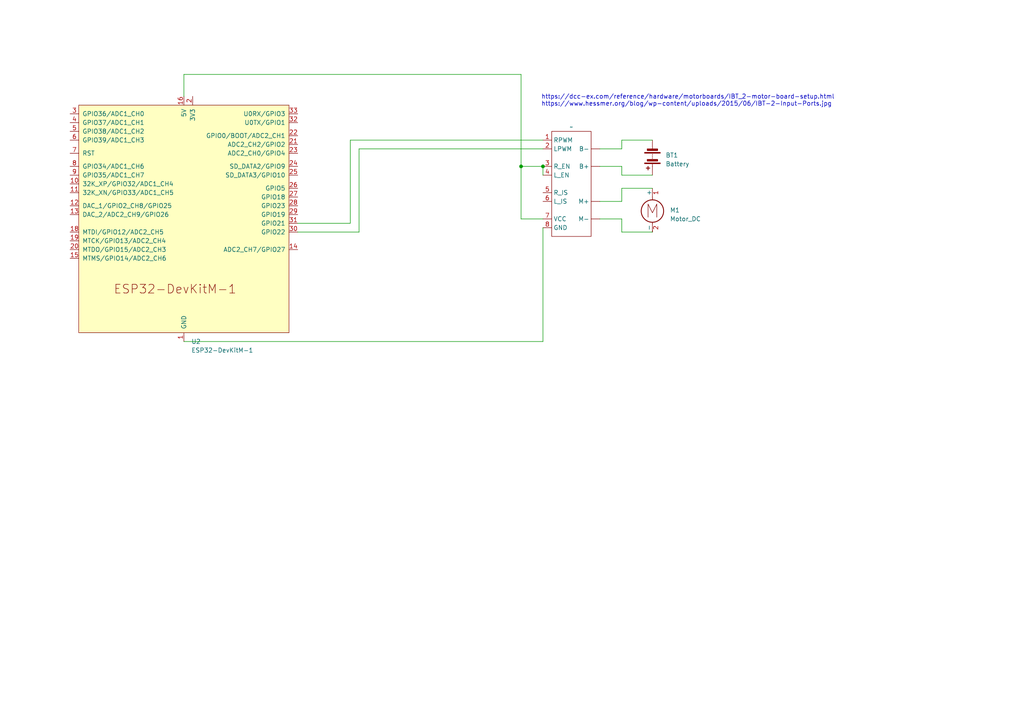
<source format=kicad_sch>
(kicad_sch (version 20250114) (generator "eeschema") (generator_version "9.0")
  (paper "A4")
  (title_block (title "ESP32 IBT_2 Controller") (date "2025-04-25") (rev "2.0.0") (company "Thai-Nichi Institute of Technology"))
  (lib_symbols
    (symbol "Device:Battery" (pin_numbers (hide yes)) (pin_names (offset 0) (hide yes))
      (property "Reference" "BT" (at 2.54 2.54 0))
      (property "Value" "Battery" (at 2.54 0 0))
      (symbol "Battery_0_1"
        (rectangle (start -2.286 1.778) (end 2.286 1.524) (fill (type outline)))
        (rectangle (start -2.286 -1.27) (end 2.286 -1.524) (fill (type outline)))
        (rectangle (start -1.524 1.016) (end 1.524 0.508) (fill (type outline)))
        (rectangle (start -1.524 -2.032) (end 1.524 -2.54) (fill (type outline)))
        (polyline (pts (xy 0 1.778) (xy 0 2.54)))
        (polyline (pts (xy 0 0) (xy 0 0.254)))
        (polyline (pts (xy 0 -0.508) (xy 0 -0.254)))
        (polyline (pts (xy 0 -1.016) (xy 0 -0.762)))
        (polyline (pts (xy 0.762 3.048) (xy 1.778 3.048)) (stroke (width 0.254)))
        (polyline (pts (xy 1.27 3.556) (xy 1.27 2.54)) (stroke (width 0.254)))
      )
      (symbol "Battery_1_1"
        (pin passive line (at 0 5.08 270) (length 2.54) (name "+") (number "1"))
        (pin passive line (at 0 -5.08 90) (length 2.54) (name "-") (number "2"))
      )
    )
    (symbol "Driver_Motor_Project:IBT_2"
      (symbol "IBT_2_0_1"
        (rectangle (start -6.35 15.24) (end 5.08 -15.24))
      )
      (symbol "IBT_2_1_1"
        (pin input line (at -8.89 12.7 0) (length 2.54) (name "RPWM") (number "1"))
        (pin input line (at -8.89 10.16 0) (length 2.54) (name "LPWM") (number "2"))
        (pin input line (at -8.89 5.08 0) (length 2.54) (name "R_EN") (number "3"))
        (pin input line (at -8.89 2.54 0) (length 2.54) (name "L_EN") (number "4"))
        (pin input line (at -8.89 -2.54 0) (length 2.54) (name "R_IS") (number "5"))
        (pin input line (at -8.89 -5.08 0) (length 2.54) (name "L_IS") (number "6"))
        (pin input line (at -8.89 -10.16 0) (length 2.54) (name "VCC") (number "7"))
        (pin input line (at -8.89 -12.7 0) (length 2.54) (name "GND") (number "8"))
        (pin input line (at 7.62 10.16 180) (length 2.54) (name "B-") (number ""))
        (pin input line (at 7.62 5.08 180) (length 2.54) (name "B+") (number ""))
        (pin output line (at 7.62 -5.08 180) (length 2.54) (name "M+") (number ""))
        (pin output line (at 7.62 -10.16 180) (length 2.54) (name "M-") (number ""))
      )
    )
    (symbol "Motor:Motor_DC" (pin_names (offset 0))
      (property "Reference" "M" (at 2.54 2.54 0))
      (property "Value" "Motor_DC" (at 2.54 -5.08 0))
      (symbol "Motor_DC_0_0"
        (polyline (pts (xy -1.27 -3.302) (xy -1.27 0.508) (xy 0 -2.032) (xy 1.27 0.508) (xy 1.27 -3.302)))
      )
      (symbol "Motor_DC_0_1"
        (polyline (pts (xy 0 2.032) (xy 0 2.54)))
        (polyline (pts (xy 0 1.7272) (xy 0 2.0828)))
        (circle (center 0 -1.524) (radius 3.2512) (stroke (width 0.254)))
        (polyline (pts (xy 0 -4.7752) (xy 0 -5.1816)))
        (polyline (pts (xy 0 -7.62) (xy 0 -7.112)))
      )
      (symbol "Motor_DC_1_1"
        (pin passive line (at 0 5.08 270) (length 2.54) (name "+") (number "1"))
        (pin passive line (at 0 -7.62 90) (length 2.54) (name "-") (number "2"))
      )
    )
    (symbol "PCM_Espressif:ESP32-DevKitM-1" (pin_names (offset 1.016))
      (property "Reference" "U" (at -30.48 38.1 0))
      (property "Value" "ESP32-DevKitM-1" (at -30.48 35.56 0))
      (symbol "ESP32-DevKitM-1_0_1"
        (rectangle (start -30.48 33.02) (end 30.48 -33.02) (fill (type background)))
      )
      (symbol "ESP32-DevKitM-1_1_0"
        (text "ESP32-DevKitM-1" (at -2.54 -20.32 0) (effects (font (size 2.54 2.54))))
        (pin input line (at -33.02 30.48 0) (length 2.54) (name "GPIO36/ADC1_CH0") (number "3"))
        (pin input line (at -33.02 27.94 0) (length 2.54) (name "GPIO37/ADC1_CH1") (number "4"))
        (pin input line (at -33.02 25.4 0) (length 2.54) (name "GPIO38/ADC1_CH2") (number "5"))
        (pin input line (at -33.02 22.86 0) (length 2.54) (name "GPIO39/ADC1_CH3") (number "6"))
        (pin input line (at -33.02 19.05 0) (length 2.54) (name "RST") (number "7"))
        (pin input line (at -33.02 15.24 0) (length 2.54) (name "GPIO34/ADC1_CH6") (number "8"))
        (pin input line (at -33.02 12.7 0) (length 2.54) (name "GPIO35/ADC1_CH7") (number "9"))
        (pin bidirectional line (at -33.02 10.16 0) (length 2.54) (name "32K_XP/GPIO32/ADC1_CH4") (number "10"))
        (pin bidirectional line (at -33.02 7.62 0) (length 2.54) (name "32K_XN/GPIO33/ADC1_CH5") (number "11"))
        (pin bidirectional line (at -33.02 3.81 0) (length 2.54) (name "DAC_1/GPIO2_CH8/GPIO25") (number "12"))
        (pin bidirectional line (at -33.02 1.27 0) (length 2.54) (name "DAC_2/ADC2_CH9/GPIO26") (number "13"))
        (pin power_in line (at 0 35.56 270) (length 2.54) (name "5V") (number "16"))
        (pin power_in line (at 0 -35.56 90) (length 2.54) (name "GND") (number "1"))
      )
      (symbol "ESP32-DevKitM-1_1_1"
        (pin bidirectional line (at -33.02 -3.81 0) (length 2.54) (name "MTDI/GPIO12/ADC2_CH5") (number "18"))
        (pin bidirectional line (at -33.02 -6.35 0) (length 2.54) (name "MTCK/GPIO13/ADC2_CH4") (number "19"))
        (pin bidirectional line (at -33.02 -8.89 0) (length 2.54) (name "MTDO/GPIO15/ADC2_CH3") (number "20"))
        (pin bidirectional line (at -33.02 -11.43 0) (length 2.54) (name "MTMS/GPIO14/ADC2_CH6") (number "15"))
        (pin passive line (at 0 -35.56 90) (length 2.54) (hide yes) (name "GND") (number "17"))
        (pin passive line (at 0 -35.56 90) (length 2.54) (hide yes) (name "GND") (number "34"))
        (pin power_in line (at 2.54 35.56 270) (length 2.54) (name "3V3") (number "2"))
        (pin bidirectional line (at 33.02 30.48 180) (length 2.54) (name "U0RX/GPIO3") (number "33"))
        (pin bidirectional line (at 33.02 27.94 180) (length 2.54) (name "U0TX/GPIO1") (number "32"))
        (pin bidirectional line (at 33.02 24.13 180) (length 2.54) (name "GPIO0/BOOT/ADC2_CH1") (number "22"))
        (pin bidirectional line (at 33.02 21.59 180) (length 2.54) (name "ADC2_CH2/GPIO2") (number "21"))
        (pin bidirectional line (at 33.02 19.05 180) (length 2.54) (name "ADC2_CH0/GPIO4") (number "23"))
        (pin bidirectional line (at 33.02 15.24 180) (length 2.54) (name "SD_DATA2/GPIO9") (number "24"))
        (pin bidirectional line (at 33.02 12.7 180) (length 2.54) (name "SD_DATA3/GPIO10") (number "25"))
        (pin bidirectional line (at 33.02 8.89 180) (length 2.54) (name "GPIO5") (number "26"))
        (pin bidirectional line (at 33.02 6.35 180) (length 2.54) (name "GPIO18") (number "27"))
        (pin bidirectional line (at 33.02 3.81 180) (length 2.54) (name "GPIO23") (number "28"))
        (pin bidirectional line (at 33.02 1.27 180) (length 2.54) (name "GPIO19") (number "29"))
        (pin bidirectional line (at 33.02 -1.27 180) (length 2.54) (name "GPIO21") (number "31"))
        (pin bidirectional line (at 33.02 -3.81 180) (length 2.54) (name "GPIO22") (number "30"))
        (pin bidirectional line (at 33.02 -8.89 180) (length 2.54) (name "ADC2_CH7/GPIO27") (number "14"))
      )
    )
  )
  (text "https://dcc-ex.com/reference/hardware/motorboards/IBT_2-motor-board-setup.html\nhttps://www.hessmer.org/blog/wp-content/uploads/2015/06/IBT-2-Input-Ports.jpg" (at 156.972 29.21 0) (effects (font (size 1.27 1.27)) (justify left)))
  (junction (at 157.48 48.26))
  (junction (at 151.13 48.26))
  (wire (pts (xy 151.13 21.59) (xy 151.13 48.26)))
  (wire (pts (xy 53.34 21.59) (xy 151.13 21.59)))
  (wire (pts (xy 180.34 48.26) (xy 180.34 50.8)))
  (wire (pts (xy 101.6 40.64) (xy 157.48 40.64)))
  (wire (pts (xy 180.34 58.42) (xy 180.34 54.61)))
  (wire (pts (xy 180.34 43.18) (xy 180.34 40.64)))
  (wire (pts (xy 157.48 63.5) (xy 151.13 63.5)))
  (wire (pts (xy 53.34 99.06) (xy 157.48 99.06)))
  (wire (pts (xy 173.99 48.26) (xy 180.34 48.26)))
  (wire (pts (xy 101.6 64.77) (xy 101.6 40.64)))
  (wire (pts (xy 104.14 43.18) (xy 157.48 43.18)))
  (wire (pts (xy 151.13 48.26) (xy 151.13 63.5)))
  (wire (pts (xy 180.34 63.5) (xy 180.34 67.31)))
  (wire (pts (xy 86.36 67.31) (xy 104.14 67.31)))
  (wire (pts (xy 104.14 43.18) (xy 104.14 67.31)))
  (wire (pts (xy 157.48 48.26) (xy 157.48 50.8)))
  (wire (pts (xy 180.34 40.64) (xy 189.23 40.64)))
  (wire (pts (xy 157.48 99.06) (xy 157.48 66.04)))
  (wire (pts (xy 157.48 48.26) (xy 151.13 48.26)))
  (wire (pts (xy 180.34 54.61) (xy 189.23 54.61)))
  (wire (pts (xy 53.34 27.94) (xy 53.34 21.59)))
  (wire (pts (xy 180.34 67.31) (xy 189.23 67.31)))
  (wire (pts (xy 180.34 50.8) (xy 189.23 50.8)))
  (wire (pts (xy 86.36 64.77) (xy 101.6 64.77)))
  (wire (pts (xy 173.99 63.5) (xy 180.34 63.5)))
  (wire (pts (xy 173.99 43.18) (xy 180.34 43.18)))
  (wire (pts (xy 173.99 58.42) (xy 180.34 58.42)))
  (symbol (lib_id "Device:Battery") (at 189.23 45.72 180) (unit 1)
    (property "Reference" "BT1" (at 193.04 45.0214 0) (effects (justify right)))
    (property "Value" "Battery" (at 193.04 47.5614 0) (effects (justify right)))
    (property "Description" "Multiple-cell battery" (effects (hide yes)))
  )
  (symbol (lib_id "Motor:Motor_DC") (at 189.23 59.69 0) (unit 1)
    (property "Reference" "M1" (at 194.31 60.9599 0) (effects (justify left)))
    (property "Value" "Motor_DC" (at 194.31 63.4999 0) (effects (justify left)))
    (property "Description" "DC Motor" (effects (hide yes)))
  )
  (symbol (lib_id "PCM_Espressif:ESP32-DevKitM-1") (at 53.34 63.5 0) (unit 1)
    (property "Reference" "U2" (at 55.4833 99.06 0) (effects (justify left)))
    (property "Value" "ESP32-DevKitM-1" (at 55.4833 101.6 0) (effects (justify left)))
    (property "Footprint" "PCM_Espressif:ESP32-DevKitM-1" (effects (hide yes)))
    (property "Datasheet" "https://docs.espressif.com/projects/esp-idf/zh_CN/latest/esp32/hw-reference/esp32/user-guide-devkitm-1.html" (effects (hide yes)))
    (property "Description" "Development Kit" (effects (hide yes)))
  )
  (symbol (lib_id "Driver_Motor_Project:IBT_2") (at 166.37 53.34 0) (unit 1)
    (property "Reference" "U1" (effects (hide yes)))
    (property "Value" "~" (at 165.735 36.83 0))
  )
)
</source>
